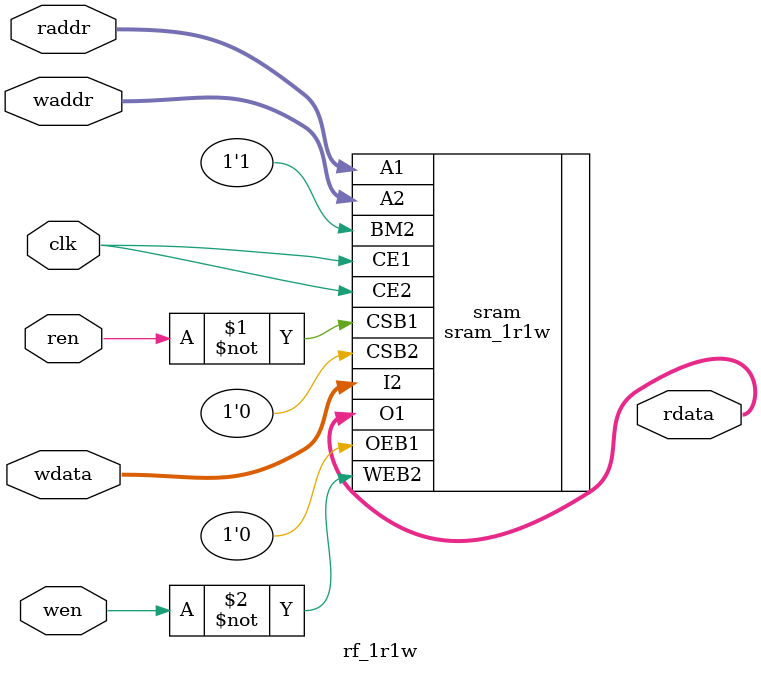
<source format=v>
`include "interface.vh"
`include "vuVXU-B8-Config.vh"
`include "vuVXU-Opcode.vh"

module rf_1r1w
#(
  parameter WIDTH=65,
  parameter LG_DEPTH=8
)
(
  input clk,
  input ren,
  input [LG_DEPTH-1:0] raddr,
  output [WIDTH-1:0] rdata,
  input wen,
  input [LG_DEPTH-1:0] waddr,
  input [WIDTH-1:0] wdata
);

  sram_1r1w #(WIDTH, LG_DEPTH, WIDTH) sram
  (
    .CE1(clk),
    .OEB1(1'b0),
    .CSB1(~ren),
    .A1(raddr),
    .O1(rdata),
    .CE2(clk),
    .WEB2(~wen),
    .CSB2(1'b0),
    .A2(waddr),
    .BM2(1'b1),
    .I2(wdata)
  );

endmodule

</source>
